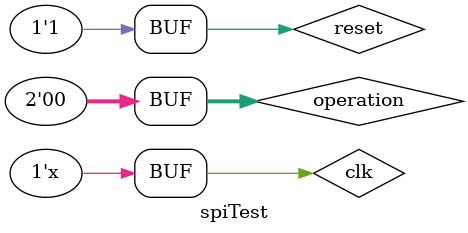
<source format=v>
`timescale 1ns / 1ps


module spiTest;

	// Inputs
	reg clk;
	reg [1:0] operation;
	reg reset;

	// Outputs
	wire oel;
	wire [1:0] shiftMode;
	wire spi_clk;
	wire e48_csl;
	wire e48_hold;

	// Instantiate the Unit Under Test (UUT)
	spi uut (
		.clk(clk), 
		.operation(operation), 
		.reset(reset), 
		.oel(oel), 
		.shiftMode(shiftMode), 
		.spi_clk(spi_clk), 
		.e48_csl(e48_csl), 
		.e48_hold(e48_hold)
	);

	initial begin
		// Initialize Inputs
		clk = 0;
		operation = 0;
		reset = 1;
		// Wait 100 ns for global reset to finish
		#100;
		// Add stimulus here
		reset = 0;
		#1;
		reset = 1;
		#1;
		operation = 3;
		#2;
		operation = 0;
		#2;
		operation = 3;
		#2;
		operation = 0;
		#14;
		operation = 1;
		#2;
		operation = 0;
	end
	
	always #1 clk = ~clk;
      
endmodule


</source>
